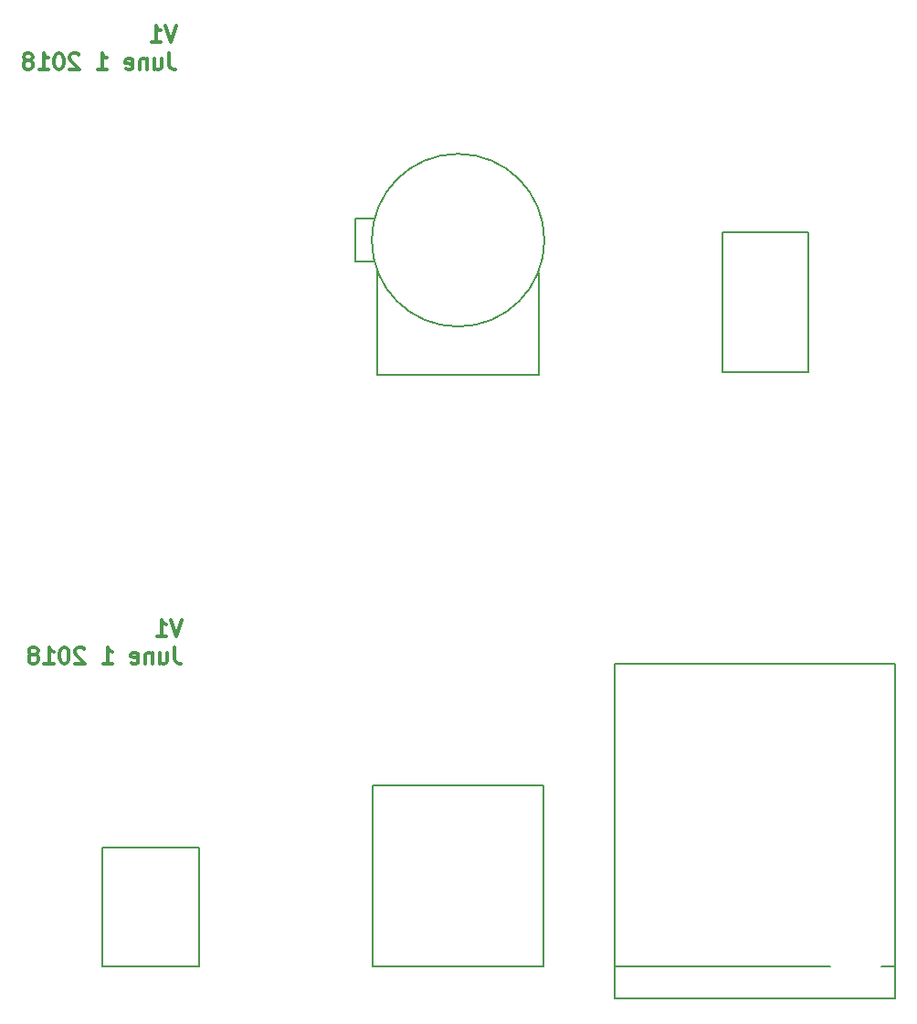
<source format=gbo>
G04 #@! TF.FileFunction,Legend,Bot*
%FSLAX46Y46*%
G04 Gerber Fmt 4.6, Leading zero omitted, Abs format (unit mm)*
G04 Created by KiCad (PCBNEW 4.0.7-e2-6376~58~ubuntu16.04.1) date Wed Jun  6 08:16:23 2018*
%MOMM*%
%LPD*%
G01*
G04 APERTURE LIST*
%ADD10C,0.100000*%
%ADD11C,0.300000*%
%ADD12C,0.150000*%
G04 APERTURE END LIST*
D10*
D11*
X161357143Y-49903571D02*
X160857143Y-51403571D01*
X160357143Y-49903571D01*
X159071429Y-51403571D02*
X159928572Y-51403571D01*
X159500000Y-51403571D02*
X159500000Y-49903571D01*
X159642857Y-50117857D01*
X159785715Y-50260714D01*
X159928572Y-50332143D01*
X160714286Y-52453571D02*
X160714286Y-53525000D01*
X160785714Y-53739286D01*
X160928571Y-53882143D01*
X161142857Y-53953571D01*
X161285714Y-53953571D01*
X159357143Y-52953571D02*
X159357143Y-53953571D01*
X160000000Y-52953571D02*
X160000000Y-53739286D01*
X159928572Y-53882143D01*
X159785714Y-53953571D01*
X159571429Y-53953571D01*
X159428572Y-53882143D01*
X159357143Y-53810714D01*
X158642857Y-52953571D02*
X158642857Y-53953571D01*
X158642857Y-53096429D02*
X158571429Y-53025000D01*
X158428571Y-52953571D01*
X158214286Y-52953571D01*
X158071429Y-53025000D01*
X158000000Y-53167857D01*
X158000000Y-53953571D01*
X156714286Y-53882143D02*
X156857143Y-53953571D01*
X157142857Y-53953571D01*
X157285714Y-53882143D01*
X157357143Y-53739286D01*
X157357143Y-53167857D01*
X157285714Y-53025000D01*
X157142857Y-52953571D01*
X156857143Y-52953571D01*
X156714286Y-53025000D01*
X156642857Y-53167857D01*
X156642857Y-53310714D01*
X157357143Y-53453571D01*
X154071429Y-53953571D02*
X154928572Y-53953571D01*
X154500000Y-53953571D02*
X154500000Y-52453571D01*
X154642857Y-52667857D01*
X154785715Y-52810714D01*
X154928572Y-52882143D01*
X152357144Y-52596429D02*
X152285715Y-52525000D01*
X152142858Y-52453571D01*
X151785715Y-52453571D01*
X151642858Y-52525000D01*
X151571429Y-52596429D01*
X151500001Y-52739286D01*
X151500001Y-52882143D01*
X151571429Y-53096429D01*
X152428572Y-53953571D01*
X151500001Y-53953571D01*
X150571430Y-52453571D02*
X150428573Y-52453571D01*
X150285716Y-52525000D01*
X150214287Y-52596429D01*
X150142858Y-52739286D01*
X150071430Y-53025000D01*
X150071430Y-53382143D01*
X150142858Y-53667857D01*
X150214287Y-53810714D01*
X150285716Y-53882143D01*
X150428573Y-53953571D01*
X150571430Y-53953571D01*
X150714287Y-53882143D01*
X150785716Y-53810714D01*
X150857144Y-53667857D01*
X150928573Y-53382143D01*
X150928573Y-53025000D01*
X150857144Y-52739286D01*
X150785716Y-52596429D01*
X150714287Y-52525000D01*
X150571430Y-52453571D01*
X148642859Y-53953571D02*
X149500002Y-53953571D01*
X149071430Y-53953571D02*
X149071430Y-52453571D01*
X149214287Y-52667857D01*
X149357145Y-52810714D01*
X149500002Y-52882143D01*
X147785716Y-53096429D02*
X147928574Y-53025000D01*
X148000002Y-52953571D01*
X148071431Y-52810714D01*
X148071431Y-52739286D01*
X148000002Y-52596429D01*
X147928574Y-52525000D01*
X147785716Y-52453571D01*
X147500002Y-52453571D01*
X147357145Y-52525000D01*
X147285716Y-52596429D01*
X147214288Y-52739286D01*
X147214288Y-52810714D01*
X147285716Y-52953571D01*
X147357145Y-53025000D01*
X147500002Y-53096429D01*
X147785716Y-53096429D01*
X147928574Y-53167857D01*
X148000002Y-53239286D01*
X148071431Y-53382143D01*
X148071431Y-53667857D01*
X148000002Y-53810714D01*
X147928574Y-53882143D01*
X147785716Y-53953571D01*
X147500002Y-53953571D01*
X147357145Y-53882143D01*
X147285716Y-53810714D01*
X147214288Y-53667857D01*
X147214288Y-53382143D01*
X147285716Y-53239286D01*
X147357145Y-53167857D01*
X147500002Y-53096429D01*
X161857143Y-104903571D02*
X161357143Y-106403571D01*
X160857143Y-104903571D01*
X159571429Y-106403571D02*
X160428572Y-106403571D01*
X160000000Y-106403571D02*
X160000000Y-104903571D01*
X160142857Y-105117857D01*
X160285715Y-105260714D01*
X160428572Y-105332143D01*
X161214286Y-107453571D02*
X161214286Y-108525000D01*
X161285714Y-108739286D01*
X161428571Y-108882143D01*
X161642857Y-108953571D01*
X161785714Y-108953571D01*
X159857143Y-107953571D02*
X159857143Y-108953571D01*
X160500000Y-107953571D02*
X160500000Y-108739286D01*
X160428572Y-108882143D01*
X160285714Y-108953571D01*
X160071429Y-108953571D01*
X159928572Y-108882143D01*
X159857143Y-108810714D01*
X159142857Y-107953571D02*
X159142857Y-108953571D01*
X159142857Y-108096429D02*
X159071429Y-108025000D01*
X158928571Y-107953571D01*
X158714286Y-107953571D01*
X158571429Y-108025000D01*
X158500000Y-108167857D01*
X158500000Y-108953571D01*
X157214286Y-108882143D02*
X157357143Y-108953571D01*
X157642857Y-108953571D01*
X157785714Y-108882143D01*
X157857143Y-108739286D01*
X157857143Y-108167857D01*
X157785714Y-108025000D01*
X157642857Y-107953571D01*
X157357143Y-107953571D01*
X157214286Y-108025000D01*
X157142857Y-108167857D01*
X157142857Y-108310714D01*
X157857143Y-108453571D01*
X154571429Y-108953571D02*
X155428572Y-108953571D01*
X155000000Y-108953571D02*
X155000000Y-107453571D01*
X155142857Y-107667857D01*
X155285715Y-107810714D01*
X155428572Y-107882143D01*
X152857144Y-107596429D02*
X152785715Y-107525000D01*
X152642858Y-107453571D01*
X152285715Y-107453571D01*
X152142858Y-107525000D01*
X152071429Y-107596429D01*
X152000001Y-107739286D01*
X152000001Y-107882143D01*
X152071429Y-108096429D01*
X152928572Y-108953571D01*
X152000001Y-108953571D01*
X151071430Y-107453571D02*
X150928573Y-107453571D01*
X150785716Y-107525000D01*
X150714287Y-107596429D01*
X150642858Y-107739286D01*
X150571430Y-108025000D01*
X150571430Y-108382143D01*
X150642858Y-108667857D01*
X150714287Y-108810714D01*
X150785716Y-108882143D01*
X150928573Y-108953571D01*
X151071430Y-108953571D01*
X151214287Y-108882143D01*
X151285716Y-108810714D01*
X151357144Y-108667857D01*
X151428573Y-108382143D01*
X151428573Y-108025000D01*
X151357144Y-107739286D01*
X151285716Y-107596429D01*
X151214287Y-107525000D01*
X151071430Y-107453571D01*
X149142859Y-108953571D02*
X150000002Y-108953571D01*
X149571430Y-108953571D02*
X149571430Y-107453571D01*
X149714287Y-107667857D01*
X149857145Y-107810714D01*
X150000002Y-107882143D01*
X148285716Y-108096429D02*
X148428574Y-108025000D01*
X148500002Y-107953571D01*
X148571431Y-107810714D01*
X148571431Y-107739286D01*
X148500002Y-107596429D01*
X148428574Y-107525000D01*
X148285716Y-107453571D01*
X148000002Y-107453571D01*
X147857145Y-107525000D01*
X147785716Y-107596429D01*
X147714288Y-107739286D01*
X147714288Y-107810714D01*
X147785716Y-107953571D01*
X147857145Y-108025000D01*
X148000002Y-108096429D01*
X148285716Y-108096429D01*
X148428574Y-108167857D01*
X148500002Y-108239286D01*
X148571431Y-108382143D01*
X148571431Y-108667857D01*
X148500002Y-108810714D01*
X148428574Y-108882143D01*
X148285716Y-108953571D01*
X148000002Y-108953571D01*
X147857145Y-108882143D01*
X147785716Y-108810714D01*
X147714288Y-108667857D01*
X147714288Y-108382143D01*
X147785716Y-108239286D01*
X147857145Y-108167857D01*
X148000002Y-108096429D01*
D12*
X212050000Y-69000000D02*
X219950000Y-69000000D01*
X219950000Y-69000000D02*
X219950000Y-82000000D01*
X219950000Y-82000000D02*
X212050000Y-82000000D01*
X212050000Y-82000000D02*
X212050000Y-69000000D01*
X178000000Y-67750000D02*
X178000000Y-71750000D01*
X178000000Y-71750000D02*
X179750000Y-71750000D01*
X178000000Y-67750000D02*
X179750000Y-67750000D01*
X180000000Y-72500000D02*
X180000000Y-82250000D01*
X180000000Y-82250000D02*
X195000000Y-82250000D01*
X195000000Y-82250000D02*
X195000000Y-72750000D01*
X195500000Y-69750000D02*
G75*
G03X195500000Y-69750000I-8000000J0D01*
G01*
X226750000Y-137000000D02*
X228000000Y-137000000D01*
X202000000Y-137000000D02*
X222000000Y-137000000D01*
X202000000Y-109000000D02*
X228000000Y-109000000D01*
X228000000Y-109000000D02*
X228000000Y-140000000D01*
X228000000Y-140000000D02*
X202000000Y-140000000D01*
X202000000Y-140000000D02*
X202000000Y-109000000D01*
X179560000Y-137000000D02*
X179560000Y-120250000D01*
X179560000Y-120250000D02*
X195440000Y-120250000D01*
X195440000Y-120250000D02*
X195440000Y-137000000D01*
X195440000Y-137000000D02*
X179560000Y-137000000D01*
X154500000Y-137000000D02*
X154500000Y-126000000D01*
X154500000Y-126000000D02*
X163500000Y-126000000D01*
X163500000Y-126000000D02*
X163500000Y-137000000D01*
X154500000Y-137000000D02*
X163500000Y-137000000D01*
M02*

</source>
